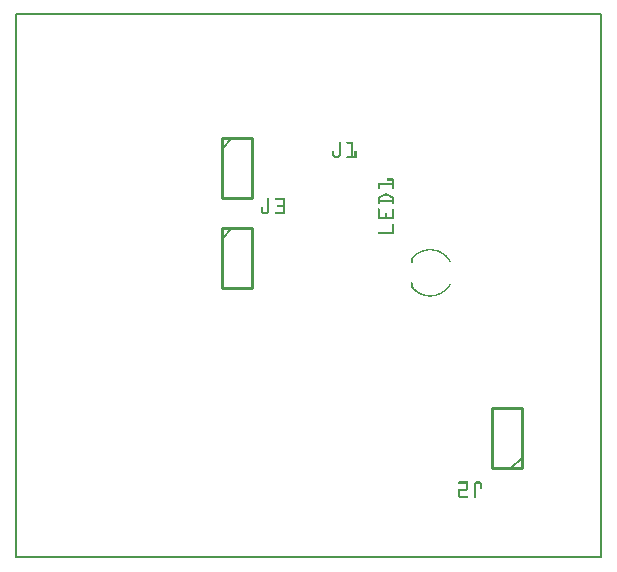
<source format=gto>
G04 MADE WITH FRITZING*
G04 WWW.FRITZING.ORG*
G04 DOUBLE SIDED*
G04 HOLES PLATED*
G04 CONTOUR ON CENTER OF CONTOUR VECTOR*
%ASAXBY*%
%FSLAX23Y23*%
%MOIN*%
%OFA0B0*%
%SFA1.0B1.0*%
%ADD10R,1.958040X1.817050X1.942040X1.801050*%
%ADD11C,0.008000*%
%ADD12C,0.010000*%
%ADD13C,0.005000*%
%ADD14R,0.001000X0.001000*%
%LNSILK1*%
G90*
G70*
G54D11*
X4Y1813D02*
X1954Y1813D01*
X1954Y4D01*
X4Y4D01*
X4Y1813D01*
D02*
G54D12*
X690Y1401D02*
X690Y1201D01*
D02*
X690Y1201D02*
X790Y1201D01*
D02*
X790Y1201D02*
X790Y1401D01*
D02*
X790Y1401D02*
X690Y1401D01*
G54D13*
D02*
X690Y1366D02*
X725Y1401D01*
G54D12*
D02*
X1690Y301D02*
X1690Y501D01*
D02*
X1690Y501D02*
X1590Y501D01*
D02*
X1590Y501D02*
X1590Y301D01*
D02*
X1590Y301D02*
X1690Y301D01*
G54D13*
D02*
X1690Y336D02*
X1655Y301D01*
G54D12*
D02*
X690Y1101D02*
X690Y901D01*
D02*
X690Y901D02*
X790Y901D01*
D02*
X790Y901D02*
X790Y1101D01*
D02*
X790Y1101D02*
X690Y1101D01*
G54D13*
D02*
X690Y1066D02*
X725Y1101D01*
G54D14*
X1082Y1388D02*
X1084Y1388D01*
X1108Y1388D02*
X1126Y1388D01*
X1081Y1387D02*
X1085Y1387D01*
X1106Y1387D02*
X1126Y1387D01*
X1080Y1386D02*
X1086Y1386D01*
X1106Y1386D02*
X1126Y1386D01*
X1080Y1385D02*
X1086Y1385D01*
X1106Y1385D02*
X1126Y1385D01*
X1080Y1384D02*
X1086Y1384D01*
X1106Y1384D02*
X1126Y1384D01*
X1080Y1383D02*
X1086Y1383D01*
X1107Y1383D02*
X1126Y1383D01*
X1080Y1382D02*
X1086Y1382D01*
X1108Y1382D02*
X1126Y1382D01*
X1080Y1381D02*
X1086Y1381D01*
X1120Y1381D02*
X1126Y1381D01*
X1080Y1380D02*
X1086Y1380D01*
X1120Y1380D02*
X1126Y1380D01*
X1080Y1379D02*
X1086Y1379D01*
X1120Y1379D02*
X1126Y1379D01*
X1080Y1378D02*
X1086Y1378D01*
X1120Y1378D02*
X1126Y1378D01*
X1080Y1377D02*
X1086Y1377D01*
X1120Y1377D02*
X1126Y1377D01*
X1080Y1376D02*
X1086Y1376D01*
X1120Y1376D02*
X1126Y1376D01*
X1080Y1375D02*
X1086Y1375D01*
X1120Y1375D02*
X1126Y1375D01*
X1080Y1374D02*
X1086Y1374D01*
X1120Y1374D02*
X1126Y1374D01*
X1080Y1373D02*
X1086Y1373D01*
X1120Y1373D02*
X1126Y1373D01*
X1080Y1372D02*
X1086Y1372D01*
X1120Y1372D02*
X1126Y1372D01*
X1080Y1371D02*
X1086Y1371D01*
X1120Y1371D02*
X1126Y1371D01*
X1080Y1370D02*
X1086Y1370D01*
X1120Y1370D02*
X1126Y1370D01*
X1080Y1369D02*
X1086Y1369D01*
X1120Y1369D02*
X1126Y1369D01*
X1080Y1368D02*
X1086Y1368D01*
X1120Y1368D02*
X1126Y1368D01*
X1080Y1367D02*
X1086Y1367D01*
X1120Y1367D02*
X1126Y1367D01*
X1080Y1366D02*
X1086Y1366D01*
X1120Y1366D02*
X1126Y1366D01*
X1080Y1365D02*
X1086Y1365D01*
X1120Y1365D02*
X1126Y1365D01*
X1080Y1364D02*
X1086Y1364D01*
X1120Y1364D02*
X1126Y1364D01*
X1080Y1363D02*
X1086Y1363D01*
X1120Y1363D02*
X1126Y1363D01*
X1080Y1362D02*
X1086Y1362D01*
X1120Y1362D02*
X1126Y1362D01*
X1080Y1361D02*
X1086Y1361D01*
X1120Y1361D02*
X1126Y1361D01*
X1080Y1360D02*
X1086Y1360D01*
X1120Y1360D02*
X1126Y1360D01*
X1062Y1359D02*
X1062Y1359D01*
X1080Y1359D02*
X1086Y1359D01*
X1120Y1359D02*
X1126Y1359D01*
X1136Y1359D02*
X1136Y1359D01*
X1060Y1358D02*
X1064Y1358D01*
X1080Y1358D02*
X1086Y1358D01*
X1120Y1358D02*
X1126Y1358D01*
X1134Y1358D02*
X1138Y1358D01*
X1060Y1357D02*
X1065Y1357D01*
X1080Y1357D02*
X1086Y1357D01*
X1120Y1357D02*
X1126Y1357D01*
X1134Y1357D02*
X1139Y1357D01*
X1059Y1356D02*
X1065Y1356D01*
X1080Y1356D02*
X1086Y1356D01*
X1120Y1356D02*
X1126Y1356D01*
X1133Y1356D02*
X1139Y1356D01*
X1059Y1355D02*
X1065Y1355D01*
X1080Y1355D02*
X1086Y1355D01*
X1120Y1355D02*
X1126Y1355D01*
X1133Y1355D02*
X1139Y1355D01*
X1059Y1354D02*
X1065Y1354D01*
X1080Y1354D02*
X1086Y1354D01*
X1120Y1354D02*
X1126Y1354D01*
X1133Y1354D02*
X1139Y1354D01*
X1059Y1353D02*
X1065Y1353D01*
X1080Y1353D02*
X1086Y1353D01*
X1120Y1353D02*
X1126Y1353D01*
X1133Y1353D02*
X1139Y1353D01*
X1059Y1352D02*
X1065Y1352D01*
X1080Y1352D02*
X1086Y1352D01*
X1120Y1352D02*
X1126Y1352D01*
X1133Y1352D02*
X1139Y1352D01*
X1059Y1351D02*
X1065Y1351D01*
X1080Y1351D02*
X1086Y1351D01*
X1120Y1351D02*
X1126Y1351D01*
X1133Y1351D02*
X1139Y1351D01*
X1059Y1350D02*
X1065Y1350D01*
X1080Y1350D02*
X1086Y1350D01*
X1120Y1350D02*
X1126Y1350D01*
X1133Y1350D02*
X1139Y1350D01*
X1059Y1349D02*
X1065Y1349D01*
X1080Y1349D02*
X1086Y1349D01*
X1120Y1349D02*
X1126Y1349D01*
X1133Y1349D02*
X1139Y1349D01*
X1059Y1348D02*
X1065Y1348D01*
X1080Y1348D02*
X1086Y1348D01*
X1120Y1348D02*
X1126Y1348D01*
X1133Y1348D02*
X1139Y1348D01*
X1059Y1347D02*
X1065Y1347D01*
X1080Y1347D02*
X1086Y1347D01*
X1120Y1347D02*
X1126Y1347D01*
X1133Y1347D02*
X1139Y1347D01*
X1059Y1346D02*
X1065Y1346D01*
X1080Y1346D02*
X1086Y1346D01*
X1120Y1346D02*
X1126Y1346D01*
X1133Y1346D02*
X1139Y1346D01*
X1059Y1345D02*
X1065Y1345D01*
X1080Y1345D02*
X1086Y1345D01*
X1120Y1345D02*
X1126Y1345D01*
X1133Y1345D02*
X1139Y1345D01*
X1059Y1344D02*
X1065Y1344D01*
X1080Y1344D02*
X1086Y1344D01*
X1120Y1344D02*
X1126Y1344D01*
X1133Y1344D02*
X1139Y1344D01*
X1059Y1343D02*
X1066Y1343D01*
X1079Y1343D02*
X1086Y1343D01*
X1120Y1343D02*
X1126Y1343D01*
X1133Y1343D02*
X1139Y1343D01*
X1060Y1342D02*
X1067Y1342D01*
X1078Y1342D02*
X1085Y1342D01*
X1120Y1342D02*
X1126Y1342D01*
X1133Y1342D02*
X1139Y1342D01*
X1060Y1341D02*
X1085Y1341D01*
X1108Y1341D02*
X1139Y1341D01*
X1060Y1340D02*
X1085Y1340D01*
X1107Y1340D02*
X1139Y1340D01*
X1061Y1339D02*
X1084Y1339D01*
X1106Y1339D02*
X1139Y1339D01*
X1062Y1338D02*
X1083Y1338D01*
X1106Y1338D02*
X1139Y1338D01*
X1063Y1337D02*
X1082Y1337D01*
X1106Y1337D02*
X1139Y1337D01*
X1064Y1336D02*
X1081Y1336D01*
X1106Y1336D02*
X1139Y1336D01*
X1066Y1335D02*
X1079Y1335D01*
X1107Y1335D02*
X1138Y1335D01*
X1242Y1266D02*
X1262Y1266D01*
X1241Y1265D02*
X1263Y1265D01*
X1241Y1264D02*
X1264Y1264D01*
X1241Y1263D02*
X1264Y1263D01*
X1241Y1262D02*
X1264Y1262D01*
X1241Y1261D02*
X1264Y1261D01*
X1242Y1260D02*
X1264Y1260D01*
X1258Y1259D02*
X1264Y1259D01*
X1258Y1258D02*
X1264Y1258D01*
X1258Y1257D02*
X1264Y1257D01*
X1258Y1256D02*
X1264Y1256D01*
X1258Y1255D02*
X1264Y1255D01*
X1258Y1254D02*
X1264Y1254D01*
X1258Y1253D02*
X1264Y1253D01*
X1211Y1252D02*
X1264Y1252D01*
X1211Y1251D02*
X1264Y1251D01*
X1211Y1250D02*
X1264Y1250D01*
X1211Y1249D02*
X1264Y1249D01*
X1211Y1248D02*
X1264Y1248D01*
X1211Y1247D02*
X1264Y1247D01*
X1211Y1246D02*
X1264Y1246D01*
X1211Y1245D02*
X1217Y1245D01*
X1258Y1245D02*
X1264Y1245D01*
X1211Y1244D02*
X1217Y1244D01*
X1258Y1244D02*
X1264Y1244D01*
X1211Y1243D02*
X1217Y1243D01*
X1258Y1243D02*
X1264Y1243D01*
X1211Y1242D02*
X1217Y1242D01*
X1258Y1242D02*
X1264Y1242D01*
X1211Y1241D02*
X1217Y1241D01*
X1258Y1241D02*
X1264Y1241D01*
X1211Y1240D02*
X1217Y1240D01*
X1258Y1240D02*
X1264Y1240D01*
X1211Y1239D02*
X1217Y1239D01*
X1258Y1239D02*
X1264Y1239D01*
X1211Y1238D02*
X1217Y1238D01*
X1258Y1238D02*
X1264Y1238D01*
X1211Y1237D02*
X1217Y1237D01*
X1258Y1237D02*
X1264Y1237D01*
X1211Y1236D02*
X1217Y1236D01*
X1258Y1236D02*
X1264Y1236D01*
X1211Y1235D02*
X1217Y1235D01*
X1258Y1235D02*
X1264Y1235D01*
X1211Y1234D02*
X1217Y1234D01*
X1258Y1234D02*
X1264Y1234D01*
X1212Y1233D02*
X1216Y1233D01*
X1259Y1233D02*
X1263Y1233D01*
X1214Y1232D02*
X1214Y1232D01*
X1261Y1232D02*
X1262Y1232D01*
X1235Y1216D02*
X1240Y1216D01*
X1232Y1215D02*
X1243Y1215D01*
X1230Y1214D02*
X1246Y1214D01*
X1228Y1213D02*
X1248Y1213D01*
X1226Y1212D02*
X1250Y1212D01*
X1224Y1211D02*
X1252Y1211D01*
X1222Y1210D02*
X1254Y1210D01*
X1220Y1209D02*
X1235Y1209D01*
X1240Y1209D02*
X1256Y1209D01*
X1218Y1208D02*
X1232Y1208D01*
X1243Y1208D02*
X1258Y1208D01*
X1216Y1207D02*
X1230Y1207D01*
X1245Y1207D02*
X1259Y1207D01*
X1215Y1206D02*
X1228Y1206D01*
X1247Y1206D02*
X1261Y1206D01*
X1214Y1205D02*
X1226Y1205D01*
X1249Y1205D02*
X1262Y1205D01*
X1213Y1204D02*
X1224Y1204D01*
X1251Y1204D02*
X1262Y1204D01*
X1212Y1203D02*
X1222Y1203D01*
X1253Y1203D02*
X1263Y1203D01*
X1212Y1202D02*
X1220Y1202D01*
X1255Y1202D02*
X1263Y1202D01*
X843Y1201D02*
X847Y1201D01*
X869Y1201D02*
X898Y1201D01*
X1211Y1201D02*
X1219Y1201D01*
X1257Y1201D02*
X1264Y1201D01*
X843Y1200D02*
X848Y1200D01*
X869Y1200D02*
X899Y1200D01*
X1211Y1200D02*
X1218Y1200D01*
X1258Y1200D02*
X1264Y1200D01*
X842Y1199D02*
X848Y1199D01*
X868Y1199D02*
X900Y1199D01*
X1211Y1199D02*
X1217Y1199D01*
X1258Y1199D02*
X1264Y1199D01*
X842Y1198D02*
X848Y1198D01*
X868Y1198D02*
X901Y1198D01*
X1211Y1198D02*
X1217Y1198D01*
X1258Y1198D02*
X1264Y1198D01*
X842Y1197D02*
X848Y1197D01*
X868Y1197D02*
X901Y1197D01*
X1211Y1197D02*
X1217Y1197D01*
X1258Y1197D02*
X1264Y1197D01*
X842Y1196D02*
X848Y1196D01*
X869Y1196D02*
X901Y1196D01*
X1211Y1196D02*
X1217Y1196D01*
X1258Y1196D02*
X1264Y1196D01*
X842Y1195D02*
X848Y1195D01*
X870Y1195D02*
X902Y1195D01*
X1211Y1195D02*
X1264Y1195D01*
X842Y1194D02*
X848Y1194D01*
X896Y1194D02*
X902Y1194D01*
X1211Y1194D02*
X1264Y1194D01*
X842Y1193D02*
X848Y1193D01*
X896Y1193D02*
X902Y1193D01*
X1211Y1193D02*
X1264Y1193D01*
X842Y1192D02*
X848Y1192D01*
X896Y1192D02*
X902Y1192D01*
X1211Y1192D02*
X1264Y1192D01*
X842Y1191D02*
X848Y1191D01*
X896Y1191D02*
X902Y1191D01*
X1211Y1191D02*
X1264Y1191D01*
X842Y1190D02*
X848Y1190D01*
X896Y1190D02*
X902Y1190D01*
X1211Y1190D02*
X1264Y1190D01*
X842Y1189D02*
X848Y1189D01*
X896Y1189D02*
X902Y1189D01*
X1211Y1189D02*
X1264Y1189D01*
X842Y1188D02*
X848Y1188D01*
X896Y1188D02*
X902Y1188D01*
X1211Y1188D02*
X1217Y1188D01*
X1258Y1188D02*
X1264Y1188D01*
X842Y1187D02*
X848Y1187D01*
X896Y1187D02*
X902Y1187D01*
X1211Y1187D02*
X1217Y1187D01*
X1258Y1187D02*
X1264Y1187D01*
X842Y1186D02*
X848Y1186D01*
X896Y1186D02*
X902Y1186D01*
X1211Y1186D02*
X1217Y1186D01*
X1258Y1186D02*
X1264Y1186D01*
X842Y1185D02*
X848Y1185D01*
X896Y1185D02*
X902Y1185D01*
X1211Y1185D02*
X1217Y1185D01*
X1258Y1185D02*
X1264Y1185D01*
X842Y1184D02*
X848Y1184D01*
X896Y1184D02*
X902Y1184D01*
X1211Y1184D02*
X1217Y1184D01*
X1258Y1184D02*
X1264Y1184D01*
X842Y1183D02*
X848Y1183D01*
X896Y1183D02*
X902Y1183D01*
X1212Y1183D02*
X1216Y1183D01*
X1259Y1183D02*
X1263Y1183D01*
X842Y1182D02*
X848Y1182D01*
X896Y1182D02*
X902Y1182D01*
X1214Y1182D02*
X1214Y1182D01*
X1261Y1182D02*
X1262Y1182D01*
X842Y1181D02*
X848Y1181D01*
X895Y1181D02*
X902Y1181D01*
X842Y1180D02*
X848Y1180D01*
X895Y1180D02*
X901Y1180D01*
X842Y1179D02*
X848Y1179D01*
X894Y1179D02*
X901Y1179D01*
X842Y1178D02*
X848Y1178D01*
X877Y1178D02*
X901Y1178D01*
X842Y1177D02*
X848Y1177D01*
X876Y1177D02*
X900Y1177D01*
X842Y1176D02*
X848Y1176D01*
X875Y1176D02*
X900Y1176D01*
X842Y1175D02*
X848Y1175D01*
X875Y1175D02*
X899Y1175D01*
X842Y1174D02*
X848Y1174D01*
X875Y1174D02*
X899Y1174D01*
X842Y1173D02*
X848Y1173D01*
X875Y1173D02*
X900Y1173D01*
X824Y1172D02*
X825Y1172D01*
X842Y1172D02*
X848Y1172D01*
X876Y1172D02*
X901Y1172D01*
X822Y1171D02*
X827Y1171D01*
X842Y1171D02*
X848Y1171D01*
X893Y1171D02*
X901Y1171D01*
X822Y1170D02*
X827Y1170D01*
X842Y1170D02*
X848Y1170D01*
X895Y1170D02*
X901Y1170D01*
X821Y1169D02*
X827Y1169D01*
X842Y1169D02*
X848Y1169D01*
X895Y1169D02*
X901Y1169D01*
X821Y1168D02*
X827Y1168D01*
X842Y1168D02*
X848Y1168D01*
X895Y1168D02*
X902Y1168D01*
X821Y1167D02*
X827Y1167D01*
X842Y1167D02*
X848Y1167D01*
X896Y1167D02*
X902Y1167D01*
X821Y1166D02*
X827Y1166D01*
X842Y1166D02*
X848Y1166D01*
X896Y1166D02*
X902Y1166D01*
X1213Y1166D02*
X1215Y1166D01*
X1260Y1166D02*
X1262Y1166D01*
X821Y1165D02*
X827Y1165D01*
X842Y1165D02*
X848Y1165D01*
X896Y1165D02*
X902Y1165D01*
X1212Y1165D02*
X1216Y1165D01*
X1259Y1165D02*
X1263Y1165D01*
X821Y1164D02*
X827Y1164D01*
X842Y1164D02*
X848Y1164D01*
X896Y1164D02*
X902Y1164D01*
X1211Y1164D02*
X1217Y1164D01*
X1258Y1164D02*
X1264Y1164D01*
X821Y1163D02*
X827Y1163D01*
X842Y1163D02*
X848Y1163D01*
X896Y1163D02*
X902Y1163D01*
X1211Y1163D02*
X1217Y1163D01*
X1258Y1163D02*
X1264Y1163D01*
X821Y1162D02*
X827Y1162D01*
X842Y1162D02*
X848Y1162D01*
X896Y1162D02*
X902Y1162D01*
X1211Y1162D02*
X1217Y1162D01*
X1258Y1162D02*
X1264Y1162D01*
X821Y1161D02*
X827Y1161D01*
X842Y1161D02*
X848Y1161D01*
X896Y1161D02*
X902Y1161D01*
X1211Y1161D02*
X1217Y1161D01*
X1258Y1161D02*
X1264Y1161D01*
X821Y1160D02*
X827Y1160D01*
X842Y1160D02*
X848Y1160D01*
X896Y1160D02*
X902Y1160D01*
X1211Y1160D02*
X1217Y1160D01*
X1258Y1160D02*
X1264Y1160D01*
X821Y1159D02*
X827Y1159D01*
X842Y1159D02*
X848Y1159D01*
X896Y1159D02*
X902Y1159D01*
X1211Y1159D02*
X1217Y1159D01*
X1258Y1159D02*
X1264Y1159D01*
X821Y1158D02*
X827Y1158D01*
X842Y1158D02*
X848Y1158D01*
X896Y1158D02*
X902Y1158D01*
X1211Y1158D02*
X1217Y1158D01*
X1258Y1158D02*
X1264Y1158D01*
X821Y1157D02*
X828Y1157D01*
X842Y1157D02*
X848Y1157D01*
X896Y1157D02*
X902Y1157D01*
X1211Y1157D02*
X1217Y1157D01*
X1258Y1157D02*
X1264Y1157D01*
X822Y1156D02*
X828Y1156D01*
X841Y1156D02*
X848Y1156D01*
X896Y1156D02*
X902Y1156D01*
X1211Y1156D02*
X1217Y1156D01*
X1258Y1156D02*
X1264Y1156D01*
X822Y1155D02*
X829Y1155D01*
X840Y1155D02*
X848Y1155D01*
X895Y1155D02*
X902Y1155D01*
X1211Y1155D02*
X1217Y1155D01*
X1258Y1155D02*
X1264Y1155D01*
X822Y1154D02*
X847Y1154D01*
X870Y1154D02*
X902Y1154D01*
X1211Y1154D02*
X1217Y1154D01*
X1258Y1154D02*
X1264Y1154D01*
X823Y1153D02*
X847Y1153D01*
X869Y1153D02*
X901Y1153D01*
X1211Y1153D02*
X1217Y1153D01*
X1258Y1153D02*
X1264Y1153D01*
X823Y1152D02*
X846Y1152D01*
X868Y1152D02*
X901Y1152D01*
X1211Y1152D02*
X1217Y1152D01*
X1236Y1152D02*
X1239Y1152D01*
X1258Y1152D02*
X1264Y1152D01*
X824Y1151D02*
X845Y1151D01*
X868Y1151D02*
X901Y1151D01*
X1211Y1151D02*
X1217Y1151D01*
X1235Y1151D02*
X1240Y1151D01*
X1258Y1151D02*
X1264Y1151D01*
X825Y1150D02*
X844Y1150D01*
X868Y1150D02*
X900Y1150D01*
X1211Y1150D02*
X1217Y1150D01*
X1235Y1150D02*
X1240Y1150D01*
X1258Y1150D02*
X1264Y1150D01*
X827Y1149D02*
X843Y1149D01*
X869Y1149D02*
X899Y1149D01*
X1211Y1149D02*
X1217Y1149D01*
X1235Y1149D02*
X1241Y1149D01*
X1258Y1149D02*
X1264Y1149D01*
X829Y1148D02*
X840Y1148D01*
X870Y1148D02*
X897Y1148D01*
X1211Y1148D02*
X1217Y1148D01*
X1235Y1148D02*
X1241Y1148D01*
X1258Y1148D02*
X1264Y1148D01*
X1211Y1147D02*
X1217Y1147D01*
X1235Y1147D02*
X1241Y1147D01*
X1258Y1147D02*
X1264Y1147D01*
X1211Y1146D02*
X1217Y1146D01*
X1235Y1146D02*
X1241Y1146D01*
X1258Y1146D02*
X1264Y1146D01*
X1211Y1145D02*
X1217Y1145D01*
X1235Y1145D02*
X1241Y1145D01*
X1258Y1145D02*
X1264Y1145D01*
X1211Y1144D02*
X1217Y1144D01*
X1235Y1144D02*
X1241Y1144D01*
X1258Y1144D02*
X1264Y1144D01*
X1211Y1143D02*
X1217Y1143D01*
X1235Y1143D02*
X1241Y1143D01*
X1258Y1143D02*
X1264Y1143D01*
X1211Y1142D02*
X1217Y1142D01*
X1235Y1142D02*
X1241Y1142D01*
X1258Y1142D02*
X1264Y1142D01*
X1211Y1141D02*
X1217Y1141D01*
X1235Y1141D02*
X1241Y1141D01*
X1258Y1141D02*
X1264Y1141D01*
X1211Y1140D02*
X1217Y1140D01*
X1235Y1140D02*
X1241Y1140D01*
X1258Y1140D02*
X1264Y1140D01*
X1211Y1139D02*
X1217Y1139D01*
X1234Y1139D02*
X1241Y1139D01*
X1258Y1139D02*
X1264Y1139D01*
X1211Y1138D02*
X1264Y1138D01*
X1211Y1137D02*
X1264Y1137D01*
X1211Y1136D02*
X1264Y1136D01*
X1211Y1135D02*
X1264Y1135D01*
X1211Y1134D02*
X1264Y1134D01*
X1211Y1133D02*
X1264Y1133D01*
X1211Y1132D02*
X1264Y1132D01*
X1260Y1116D02*
X1262Y1116D01*
X1259Y1115D02*
X1263Y1115D01*
X1258Y1114D02*
X1264Y1114D01*
X1258Y1113D02*
X1264Y1113D01*
X1258Y1112D02*
X1264Y1112D01*
X1258Y1111D02*
X1264Y1111D01*
X1258Y1110D02*
X1264Y1110D01*
X1258Y1109D02*
X1264Y1109D01*
X1258Y1108D02*
X1264Y1108D01*
X1258Y1107D02*
X1264Y1107D01*
X1258Y1106D02*
X1264Y1106D01*
X1258Y1105D02*
X1264Y1105D01*
X1258Y1104D02*
X1264Y1104D01*
X1258Y1103D02*
X1264Y1103D01*
X1258Y1102D02*
X1264Y1102D01*
X1258Y1101D02*
X1264Y1101D01*
X1258Y1100D02*
X1264Y1100D01*
X1258Y1099D02*
X1264Y1099D01*
X1258Y1098D02*
X1264Y1098D01*
X1258Y1097D02*
X1264Y1097D01*
X1258Y1096D02*
X1264Y1096D01*
X1258Y1095D02*
X1264Y1095D01*
X1258Y1094D02*
X1264Y1094D01*
X1258Y1093D02*
X1264Y1093D01*
X1258Y1092D02*
X1264Y1092D01*
X1258Y1091D02*
X1264Y1091D01*
X1258Y1090D02*
X1264Y1090D01*
X1258Y1089D02*
X1264Y1089D01*
X1212Y1088D02*
X1264Y1088D01*
X1212Y1087D02*
X1264Y1087D01*
X1211Y1086D02*
X1264Y1086D01*
X1211Y1085D02*
X1264Y1085D01*
X1211Y1084D02*
X1264Y1084D01*
X1212Y1083D02*
X1264Y1083D01*
X1214Y1082D02*
X1264Y1082D01*
X1382Y1031D02*
X1389Y1031D01*
X1373Y1030D02*
X1398Y1030D01*
X1367Y1029D02*
X1403Y1029D01*
X1364Y1028D02*
X1407Y1028D01*
X1360Y1027D02*
X1410Y1027D01*
X1358Y1026D02*
X1378Y1026D01*
X1392Y1026D02*
X1413Y1026D01*
X1355Y1025D02*
X1371Y1025D01*
X1399Y1025D02*
X1415Y1025D01*
X1353Y1024D02*
X1366Y1024D01*
X1404Y1024D02*
X1418Y1024D01*
X1351Y1023D02*
X1363Y1023D01*
X1407Y1023D02*
X1420Y1023D01*
X1349Y1022D02*
X1360Y1022D01*
X1410Y1022D02*
X1422Y1022D01*
X1347Y1021D02*
X1357Y1021D01*
X1413Y1021D02*
X1423Y1021D01*
X1345Y1020D02*
X1355Y1020D01*
X1415Y1020D02*
X1425Y1020D01*
X1343Y1019D02*
X1352Y1019D01*
X1417Y1019D02*
X1427Y1019D01*
X1342Y1018D02*
X1351Y1018D01*
X1419Y1018D02*
X1428Y1018D01*
X1340Y1017D02*
X1349Y1017D01*
X1421Y1017D02*
X1430Y1017D01*
X1339Y1016D02*
X1347Y1016D01*
X1423Y1016D02*
X1431Y1016D01*
X1338Y1015D02*
X1345Y1015D01*
X1425Y1015D02*
X1433Y1015D01*
X1336Y1014D02*
X1344Y1014D01*
X1426Y1014D02*
X1434Y1014D01*
X1335Y1013D02*
X1342Y1013D01*
X1428Y1013D02*
X1435Y1013D01*
X1334Y1012D02*
X1341Y1012D01*
X1429Y1012D02*
X1436Y1012D01*
X1333Y1011D02*
X1340Y1011D01*
X1430Y1011D02*
X1437Y1011D01*
X1332Y1010D02*
X1338Y1010D01*
X1432Y1010D02*
X1439Y1010D01*
X1330Y1009D02*
X1337Y1009D01*
X1433Y1009D02*
X1440Y1009D01*
X1329Y1008D02*
X1336Y1008D01*
X1434Y1008D02*
X1441Y1008D01*
X1328Y1007D02*
X1335Y1007D01*
X1435Y1007D02*
X1442Y1007D01*
X1327Y1006D02*
X1334Y1006D01*
X1436Y1006D02*
X1442Y1006D01*
X1327Y1005D02*
X1333Y1005D01*
X1437Y1005D02*
X1443Y1005D01*
X1326Y1004D02*
X1332Y1004D01*
X1438Y1004D02*
X1444Y1004D01*
X1325Y1003D02*
X1331Y1003D01*
X1439Y1003D02*
X1445Y1003D01*
X1324Y1002D02*
X1330Y1002D01*
X1440Y1002D02*
X1446Y1002D01*
X1323Y1001D02*
X1329Y1001D01*
X1441Y1001D02*
X1447Y1001D01*
X1322Y1000D02*
X1328Y1000D01*
X1442Y1000D02*
X1448Y1000D01*
X1322Y999D02*
X1327Y999D01*
X1443Y999D02*
X1448Y999D01*
X1321Y998D02*
X1326Y998D01*
X1444Y998D02*
X1449Y998D01*
X1321Y997D02*
X1326Y997D01*
X1444Y997D02*
X1450Y997D01*
X1321Y996D02*
X1326Y996D01*
X1445Y996D02*
X1450Y996D01*
X1321Y995D02*
X1326Y995D01*
X1446Y995D02*
X1451Y995D01*
X1321Y994D02*
X1326Y994D01*
X1447Y994D02*
X1452Y994D01*
X1321Y993D02*
X1326Y993D01*
X1447Y993D02*
X1452Y993D01*
X1321Y992D02*
X1326Y992D01*
X1448Y992D02*
X1453Y992D01*
X1321Y991D02*
X1326Y991D01*
X1449Y991D02*
X1453Y991D01*
X1321Y990D02*
X1326Y990D01*
X1449Y990D02*
X1453Y990D01*
X1321Y989D02*
X1326Y989D01*
X1451Y989D02*
X1451Y989D01*
X1321Y988D02*
X1326Y988D01*
X1321Y987D02*
X1326Y987D01*
X1321Y986D02*
X1326Y986D01*
X1322Y985D02*
X1325Y985D01*
X1322Y984D02*
X1323Y984D01*
X1322Y920D02*
X1323Y920D01*
X1322Y919D02*
X1325Y919D01*
X1321Y918D02*
X1326Y918D01*
X1321Y917D02*
X1326Y917D01*
X1321Y916D02*
X1326Y916D01*
X1321Y915D02*
X1326Y915D01*
X1450Y915D02*
X1453Y915D01*
X1321Y914D02*
X1326Y914D01*
X1449Y914D02*
X1454Y914D01*
X1321Y913D02*
X1326Y913D01*
X1449Y913D02*
X1453Y913D01*
X1321Y912D02*
X1326Y912D01*
X1448Y912D02*
X1453Y912D01*
X1321Y911D02*
X1326Y911D01*
X1447Y911D02*
X1452Y911D01*
X1321Y910D02*
X1326Y910D01*
X1447Y910D02*
X1452Y910D01*
X1321Y909D02*
X1326Y909D01*
X1446Y909D02*
X1451Y909D01*
X1321Y908D02*
X1326Y908D01*
X1445Y908D02*
X1451Y908D01*
X1321Y907D02*
X1326Y907D01*
X1445Y907D02*
X1450Y907D01*
X1321Y906D02*
X1326Y906D01*
X1444Y906D02*
X1449Y906D01*
X1322Y905D02*
X1327Y905D01*
X1443Y905D02*
X1448Y905D01*
X1322Y904D02*
X1328Y904D01*
X1442Y904D02*
X1448Y904D01*
X1323Y903D02*
X1329Y903D01*
X1441Y903D02*
X1447Y903D01*
X1324Y902D02*
X1330Y902D01*
X1440Y902D02*
X1446Y902D01*
X1325Y901D02*
X1331Y901D01*
X1440Y901D02*
X1445Y901D01*
X1325Y900D02*
X1331Y900D01*
X1438Y900D02*
X1444Y900D01*
X1326Y899D02*
X1332Y899D01*
X1437Y899D02*
X1444Y899D01*
X1327Y898D02*
X1334Y898D01*
X1436Y898D02*
X1443Y898D01*
X1328Y897D02*
X1335Y897D01*
X1435Y897D02*
X1442Y897D01*
X1329Y896D02*
X1336Y896D01*
X1434Y896D02*
X1441Y896D01*
X1330Y895D02*
X1337Y895D01*
X1433Y895D02*
X1440Y895D01*
X1331Y894D02*
X1338Y894D01*
X1432Y894D02*
X1439Y894D01*
X1332Y893D02*
X1339Y893D01*
X1431Y893D02*
X1438Y893D01*
X1333Y892D02*
X1341Y892D01*
X1429Y892D02*
X1436Y892D01*
X1335Y891D02*
X1342Y891D01*
X1428Y891D02*
X1435Y891D01*
X1336Y890D02*
X1344Y890D01*
X1426Y890D02*
X1434Y890D01*
X1337Y889D02*
X1345Y889D01*
X1425Y889D02*
X1433Y889D01*
X1339Y888D02*
X1347Y888D01*
X1423Y888D02*
X1431Y888D01*
X1340Y887D02*
X1349Y887D01*
X1422Y887D02*
X1430Y887D01*
X1341Y886D02*
X1350Y886D01*
X1420Y886D02*
X1428Y886D01*
X1343Y885D02*
X1352Y885D01*
X1418Y885D02*
X1427Y885D01*
X1344Y884D02*
X1355Y884D01*
X1416Y884D02*
X1425Y884D01*
X1346Y883D02*
X1357Y883D01*
X1413Y883D02*
X1424Y883D01*
X1348Y882D02*
X1359Y882D01*
X1411Y882D02*
X1422Y882D01*
X1350Y881D02*
X1362Y881D01*
X1408Y881D02*
X1420Y881D01*
X1352Y880D02*
X1366Y880D01*
X1404Y880D02*
X1418Y880D01*
X1354Y879D02*
X1370Y879D01*
X1400Y879D02*
X1415Y879D01*
X1357Y878D02*
X1377Y878D01*
X1393Y878D02*
X1413Y878D01*
X1360Y877D02*
X1410Y877D01*
X1363Y876D02*
X1407Y876D01*
X1366Y875D02*
X1403Y875D01*
X1371Y874D02*
X1398Y874D01*
X1379Y873D02*
X1390Y873D01*
X1480Y256D02*
X1511Y256D01*
X1539Y256D02*
X1550Y256D01*
X1479Y255D02*
X1511Y255D01*
X1537Y255D02*
X1552Y255D01*
X1478Y254D02*
X1511Y254D01*
X1535Y254D02*
X1554Y254D01*
X1478Y253D02*
X1511Y253D01*
X1534Y253D02*
X1555Y253D01*
X1478Y252D02*
X1511Y252D01*
X1533Y252D02*
X1556Y252D01*
X1478Y251D02*
X1511Y251D01*
X1533Y251D02*
X1556Y251D01*
X1479Y250D02*
X1511Y250D01*
X1532Y250D02*
X1557Y250D01*
X1505Y249D02*
X1511Y249D01*
X1532Y249D02*
X1540Y249D01*
X1549Y249D02*
X1557Y249D01*
X1505Y248D02*
X1511Y248D01*
X1531Y248D02*
X1538Y248D01*
X1551Y248D02*
X1558Y248D01*
X1505Y247D02*
X1511Y247D01*
X1531Y247D02*
X1537Y247D01*
X1552Y247D02*
X1558Y247D01*
X1505Y246D02*
X1511Y246D01*
X1531Y246D02*
X1537Y246D01*
X1552Y246D02*
X1558Y246D01*
X1505Y245D02*
X1511Y245D01*
X1531Y245D02*
X1537Y245D01*
X1552Y245D02*
X1558Y245D01*
X1505Y244D02*
X1511Y244D01*
X1531Y244D02*
X1537Y244D01*
X1552Y244D02*
X1558Y244D01*
X1505Y243D02*
X1511Y243D01*
X1531Y243D02*
X1537Y243D01*
X1552Y243D02*
X1558Y243D01*
X1505Y242D02*
X1511Y242D01*
X1531Y242D02*
X1537Y242D01*
X1552Y242D02*
X1558Y242D01*
X1505Y241D02*
X1511Y241D01*
X1531Y241D02*
X1537Y241D01*
X1552Y241D02*
X1558Y241D01*
X1505Y240D02*
X1511Y240D01*
X1531Y240D02*
X1537Y240D01*
X1552Y240D02*
X1558Y240D01*
X1505Y239D02*
X1511Y239D01*
X1531Y239D02*
X1537Y239D01*
X1552Y239D02*
X1558Y239D01*
X1505Y238D02*
X1511Y238D01*
X1531Y238D02*
X1537Y238D01*
X1552Y238D02*
X1558Y238D01*
X1505Y237D02*
X1511Y237D01*
X1531Y237D02*
X1537Y237D01*
X1552Y237D02*
X1558Y237D01*
X1505Y236D02*
X1511Y236D01*
X1531Y236D02*
X1537Y236D01*
X1552Y236D02*
X1558Y236D01*
X1505Y235D02*
X1511Y235D01*
X1531Y235D02*
X1537Y235D01*
X1552Y235D02*
X1558Y235D01*
X1505Y234D02*
X1511Y234D01*
X1531Y234D02*
X1537Y234D01*
X1552Y234D02*
X1558Y234D01*
X1505Y233D02*
X1511Y233D01*
X1531Y233D02*
X1537Y233D01*
X1553Y233D02*
X1557Y233D01*
X1482Y232D02*
X1511Y232D01*
X1531Y232D02*
X1537Y232D01*
X1554Y232D02*
X1556Y232D01*
X1480Y231D02*
X1511Y231D01*
X1531Y231D02*
X1537Y231D01*
X1479Y230D02*
X1511Y230D01*
X1531Y230D02*
X1537Y230D01*
X1479Y229D02*
X1510Y229D01*
X1531Y229D02*
X1537Y229D01*
X1478Y228D02*
X1509Y228D01*
X1531Y228D02*
X1537Y228D01*
X1478Y227D02*
X1508Y227D01*
X1531Y227D02*
X1537Y227D01*
X1478Y226D02*
X1506Y226D01*
X1531Y226D02*
X1537Y226D01*
X1478Y225D02*
X1484Y225D01*
X1531Y225D02*
X1537Y225D01*
X1478Y224D02*
X1484Y224D01*
X1531Y224D02*
X1537Y224D01*
X1478Y223D02*
X1484Y223D01*
X1531Y223D02*
X1537Y223D01*
X1478Y222D02*
X1484Y222D01*
X1531Y222D02*
X1537Y222D01*
X1478Y221D02*
X1484Y221D01*
X1531Y221D02*
X1537Y221D01*
X1478Y220D02*
X1484Y220D01*
X1531Y220D02*
X1537Y220D01*
X1478Y219D02*
X1484Y219D01*
X1531Y219D02*
X1537Y219D01*
X1478Y218D02*
X1484Y218D01*
X1531Y218D02*
X1537Y218D01*
X1478Y217D02*
X1484Y217D01*
X1531Y217D02*
X1537Y217D01*
X1478Y216D02*
X1484Y216D01*
X1531Y216D02*
X1537Y216D01*
X1478Y215D02*
X1484Y215D01*
X1531Y215D02*
X1537Y215D01*
X1478Y214D02*
X1484Y214D01*
X1531Y214D02*
X1537Y214D01*
X1478Y213D02*
X1484Y213D01*
X1531Y213D02*
X1537Y213D01*
X1478Y212D02*
X1484Y212D01*
X1531Y212D02*
X1537Y212D01*
X1478Y211D02*
X1484Y211D01*
X1531Y211D02*
X1537Y211D01*
X1478Y210D02*
X1484Y210D01*
X1531Y210D02*
X1537Y210D01*
X1478Y209D02*
X1508Y209D01*
X1531Y209D02*
X1537Y209D01*
X1478Y208D02*
X1510Y208D01*
X1531Y208D02*
X1537Y208D01*
X1478Y207D02*
X1511Y207D01*
X1531Y207D02*
X1537Y207D01*
X1478Y206D02*
X1511Y206D01*
X1531Y206D02*
X1537Y206D01*
X1479Y205D02*
X1511Y205D01*
X1531Y205D02*
X1537Y205D01*
X1480Y204D02*
X1511Y204D01*
X1532Y204D02*
X1537Y204D01*
X1481Y203D02*
X1510Y203D01*
X1532Y203D02*
X1536Y203D01*
D02*
G04 End of Silk1*
M02*
</source>
